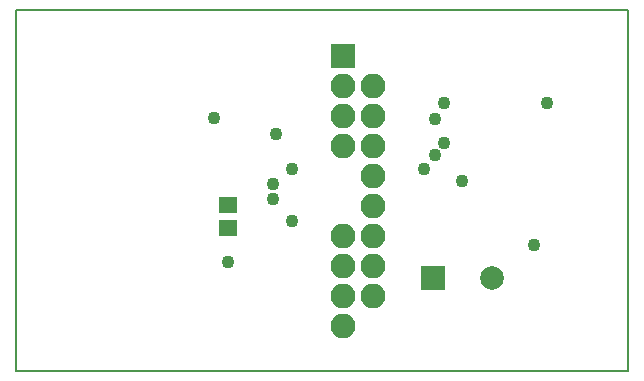
<source format=gbs>
G04 #@! TF.FileFunction,Soldermask,Bot*
%FSLAX46Y46*%
G04 Gerber Fmt 4.6, Leading zero omitted, Abs format (unit mm)*
G04 Created by KiCad (PCBNEW 4.0.6) date 11/27/17 20:56:59*
%MOMM*%
%LPD*%
G01*
G04 APERTURE LIST*
%ADD10C,0.100000*%
%ADD11C,0.150000*%
%ADD12R,1.650000X1.400000*%
%ADD13R,2.000000X2.000000*%
%ADD14C,2.000000*%
%ADD15R,2.100000X2.100000*%
%ADD16O,2.100000X2.100000*%
%ADD17C,1.085800*%
G04 APERTURE END LIST*
D10*
D11*
X197866000Y-107061000D02*
X249682000Y-107061000D01*
X197866000Y-107823000D02*
X197866000Y-107061000D01*
X249682000Y-137668000D02*
X249682000Y-107061000D01*
X197866000Y-137668000D02*
X249682000Y-137668000D01*
X197866000Y-107823000D02*
X197866000Y-137668000D01*
D12*
X215773000Y-123587000D03*
X215773000Y-125587000D03*
D13*
X233172000Y-129794000D03*
D14*
X238172000Y-129794000D03*
D15*
X225552000Y-110998000D03*
D16*
X225552000Y-113538000D03*
X228092000Y-113538000D03*
X225552000Y-116078000D03*
X228092000Y-116078000D03*
X225552000Y-118618000D03*
X228092000Y-118618000D03*
X228092000Y-121158000D03*
X228092000Y-123698000D03*
X225552000Y-126238000D03*
X228092000Y-126238000D03*
X225552000Y-128778000D03*
X228092000Y-128778000D03*
X225552000Y-131318000D03*
X228092000Y-131318000D03*
X225552000Y-133858000D03*
D17*
X219583000Y-123063000D03*
X235585000Y-121539000D03*
X241681000Y-127000000D03*
X214630000Y-116205000D03*
X219583000Y-121793000D03*
X215773000Y-128397000D03*
X219837000Y-117602000D03*
X221234000Y-124968000D03*
X232410000Y-120523000D03*
X242824000Y-114935000D03*
X221234000Y-120523000D03*
X233299000Y-119380000D03*
X233299000Y-116332000D03*
X234061000Y-114935000D03*
X234061000Y-118364000D03*
M02*

</source>
